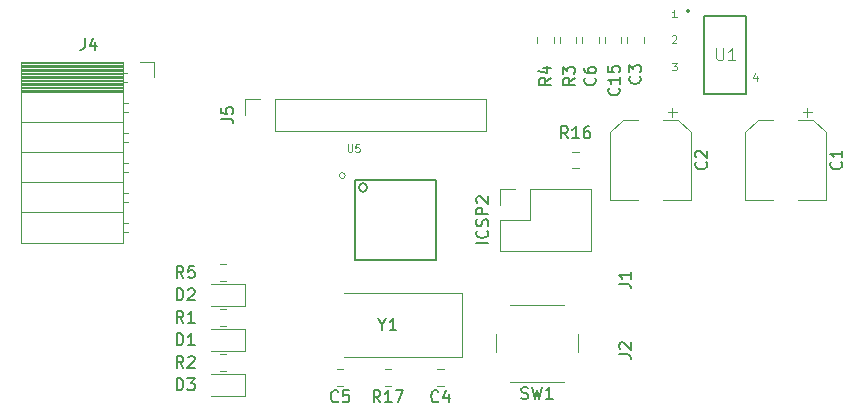
<source format=gbr>
G04 #@! TF.GenerationSoftware,KiCad,Pcbnew,(5.1.5)-3*
G04 #@! TF.CreationDate,2020-05-01T14:03:58+02:00*
G04 #@! TF.ProjectId,Arduino_Uno_R3_From_Scratch,41726475-696e-46f5-9f55-6e6f5f52335f,rev?*
G04 #@! TF.SameCoordinates,Original*
G04 #@! TF.FileFunction,Legend,Top*
G04 #@! TF.FilePolarity,Positive*
%FSLAX46Y46*%
G04 Gerber Fmt 4.6, Leading zero omitted, Abs format (unit mm)*
G04 Created by KiCad (PCBNEW (5.1.5)-3) date 2020-05-01 14:03:58*
%MOMM*%
%LPD*%
G04 APERTURE LIST*
%ADD10C,0.120000*%
%ADD11C,0.100000*%
%ADD12C,0.152400*%
%ADD13C,0.127000*%
%ADD14C,0.203200*%
%ADD15C,0.150000*%
%ADD16C,0.015000*%
G04 APERTURE END LIST*
D10*
X138056252Y-86285000D02*
X137533748Y-86285000D01*
X138056252Y-87705000D02*
X137533748Y-87705000D01*
X137533748Y-95325000D02*
X138056252Y-95325000D01*
X137533748Y-93905000D02*
X138056252Y-93905000D01*
X137533748Y-91515000D02*
X138056252Y-91515000D01*
X137533748Y-90095000D02*
X138056252Y-90095000D01*
X139640000Y-73660000D02*
X139640000Y-72330000D01*
X139640000Y-72330000D02*
X140970000Y-72330000D01*
X142240000Y-72330000D02*
X160080000Y-72330000D01*
X160080000Y-74990000D02*
X160080000Y-72330000D01*
X142240000Y-74990000D02*
X160080000Y-74990000D01*
X142240000Y-74990000D02*
X142240000Y-72330000D01*
X130810000Y-69155000D02*
X131920000Y-69155000D01*
X131920000Y-69155000D02*
X131920000Y-70485000D01*
X120720000Y-69155000D02*
X120720000Y-84515000D01*
X120720000Y-84515000D02*
X129350000Y-84515000D01*
X129350000Y-69155000D02*
X129350000Y-84515000D01*
X120720000Y-69155000D02*
X129350000Y-69155000D01*
X120720000Y-81915000D02*
X129350000Y-81915000D01*
X120720000Y-79375000D02*
X129350000Y-79375000D01*
X120720000Y-76835000D02*
X129350000Y-76835000D01*
X120720000Y-74295000D02*
X129350000Y-74295000D01*
X120720000Y-71755000D02*
X129350000Y-71755000D01*
X129350000Y-83545000D02*
X129760000Y-83545000D01*
X129350000Y-82825000D02*
X129760000Y-82825000D01*
X129350000Y-81005000D02*
X129760000Y-81005000D01*
X129350000Y-80285000D02*
X129760000Y-80285000D01*
X129350000Y-78465000D02*
X129760000Y-78465000D01*
X129350000Y-77745000D02*
X129760000Y-77745000D01*
X129350000Y-75925000D02*
X129760000Y-75925000D01*
X129350000Y-75205000D02*
X129760000Y-75205000D01*
X129350000Y-73385000D02*
X129760000Y-73385000D01*
X129350000Y-72665000D02*
X129760000Y-72665000D01*
X129350000Y-70845000D02*
X129700000Y-70845000D01*
X129350000Y-70125000D02*
X129700000Y-70125000D01*
X120720000Y-71636900D02*
X129350000Y-71636900D01*
X120720000Y-71518805D02*
X129350000Y-71518805D01*
X120720000Y-71400710D02*
X129350000Y-71400710D01*
X120720000Y-71282615D02*
X129350000Y-71282615D01*
X120720000Y-71164520D02*
X129350000Y-71164520D01*
X120720000Y-71046425D02*
X129350000Y-71046425D01*
X120720000Y-70928330D02*
X129350000Y-70928330D01*
X120720000Y-70810235D02*
X129350000Y-70810235D01*
X120720000Y-70692140D02*
X129350000Y-70692140D01*
X120720000Y-70574045D02*
X129350000Y-70574045D01*
X120720000Y-70455950D02*
X129350000Y-70455950D01*
X120720000Y-70337855D02*
X129350000Y-70337855D01*
X120720000Y-70219760D02*
X129350000Y-70219760D01*
X120720000Y-70101665D02*
X129350000Y-70101665D01*
X120720000Y-69983570D02*
X129350000Y-69983570D01*
X120720000Y-69865475D02*
X129350000Y-69865475D01*
X120720000Y-69747380D02*
X129350000Y-69747380D01*
X120720000Y-69629285D02*
X129350000Y-69629285D01*
X120720000Y-69511190D02*
X129350000Y-69511190D01*
X120720000Y-69393095D02*
X129350000Y-69393095D01*
X120720000Y-69275000D02*
X129350000Y-69275000D01*
X139655000Y-95560000D02*
X136795000Y-95560000D01*
X139655000Y-97480000D02*
X139655000Y-95560000D01*
X136795000Y-97480000D02*
X139655000Y-97480000D01*
X139655000Y-87940000D02*
X136795000Y-87940000D01*
X139655000Y-89860000D02*
X139655000Y-87940000D01*
X136795000Y-89860000D02*
X139655000Y-89860000D01*
X139655000Y-91750000D02*
X136795000Y-91750000D01*
X139655000Y-93670000D02*
X139655000Y-91750000D01*
X136795000Y-93670000D02*
X139655000Y-93670000D01*
X158065000Y-88740000D02*
X148065000Y-88740000D01*
X158065000Y-94140000D02*
X158065000Y-88740000D01*
X148065000Y-94140000D02*
X158065000Y-94140000D01*
X152026252Y-95175000D02*
X151503748Y-95175000D01*
X152026252Y-96595000D02*
X151503748Y-96595000D01*
X147971252Y-95175000D02*
X147448748Y-95175000D01*
X147971252Y-96595000D02*
X147448748Y-96595000D01*
X155948748Y-96595000D02*
X156471252Y-96595000D01*
X155948748Y-95175000D02*
X156471252Y-95175000D01*
D11*
X148154000Y-78800000D02*
G75*
G03X148154000Y-78800000I-254000J0D01*
G01*
D12*
X150016000Y-79806800D02*
G75*
G03X150016000Y-79806800I-359200J0D01*
G01*
X149000000Y-79150000D02*
X155800000Y-79150000D01*
X149000000Y-85950000D02*
X149000000Y-79150000D01*
X155800000Y-85950000D02*
X149000000Y-85950000D01*
X155800000Y-79150000D02*
X155800000Y-85950000D01*
D10*
X160890000Y-92250000D02*
X160890000Y-93750000D01*
X162140000Y-96250000D02*
X166640000Y-96250000D01*
X167890000Y-93750000D02*
X167890000Y-92250000D01*
X166640000Y-89750000D02*
X162140000Y-89750000D01*
X164390000Y-67048748D02*
X164390000Y-67571252D01*
X165810000Y-67048748D02*
X165810000Y-67571252D01*
X167715000Y-67571252D02*
X167715000Y-67048748D01*
X166295000Y-67571252D02*
X166295000Y-67048748D01*
X161230000Y-81280000D02*
X161230000Y-79950000D01*
X161230000Y-79950000D02*
X162560000Y-79950000D01*
X161230000Y-82550000D02*
X163830000Y-82550000D01*
X163830000Y-82550000D02*
X163830000Y-79950000D01*
X163830000Y-79950000D02*
X168970000Y-79950000D01*
X168970000Y-85150000D02*
X168970000Y-79950000D01*
X161230000Y-85150000D02*
X168970000Y-85150000D01*
X161230000Y-85150000D02*
X161230000Y-82550000D01*
X169620000Y-67571252D02*
X169620000Y-67048748D01*
X168200000Y-67571252D02*
X168200000Y-67048748D01*
D13*
X177292000Y-64897000D02*
G75*
G03X177292000Y-64897000I-127000J0D01*
G01*
D14*
X182118000Y-65303400D02*
X182118000Y-71856600D01*
X178562000Y-65303400D02*
X182118000Y-65303400D01*
X178562000Y-71856600D02*
X178562000Y-65303400D01*
X182118000Y-71856600D02*
X178562000Y-71856600D01*
D10*
X167901252Y-78180000D02*
X167378748Y-78180000D01*
X167901252Y-76760000D02*
X167378748Y-76760000D01*
X171525000Y-67571252D02*
X171525000Y-67048748D01*
X170105000Y-67571252D02*
X170105000Y-67048748D01*
X173430000Y-67571252D02*
X173430000Y-67048748D01*
X172010000Y-67571252D02*
X172010000Y-67048748D01*
X176231250Y-73426250D02*
X175443750Y-73426250D01*
X175837500Y-73032500D02*
X175837500Y-73820000D01*
X171644437Y-74060000D02*
X170580000Y-75124437D01*
X176335563Y-74060000D02*
X177400000Y-75124437D01*
X176335563Y-74060000D02*
X175050000Y-74060000D01*
X171644437Y-74060000D02*
X172930000Y-74060000D01*
X170580000Y-75124437D02*
X170580000Y-80880000D01*
X177400000Y-75124437D02*
X177400000Y-80880000D01*
X177400000Y-80880000D02*
X175050000Y-80880000D01*
X170580000Y-80880000D02*
X172930000Y-80880000D01*
X187661250Y-73426250D02*
X186873750Y-73426250D01*
X187267500Y-73032500D02*
X187267500Y-73820000D01*
X183074437Y-74060000D02*
X182010000Y-75124437D01*
X187765563Y-74060000D02*
X188830000Y-75124437D01*
X187765563Y-74060000D02*
X186480000Y-74060000D01*
X183074437Y-74060000D02*
X184360000Y-74060000D01*
X182010000Y-75124437D02*
X182010000Y-80880000D01*
X188830000Y-75124437D02*
X188830000Y-80880000D01*
X188830000Y-80880000D02*
X186480000Y-80880000D01*
X182010000Y-80880000D02*
X184360000Y-80880000D01*
D15*
X134453333Y-87447380D02*
X134120000Y-86971190D01*
X133881904Y-87447380D02*
X133881904Y-86447380D01*
X134262857Y-86447380D01*
X134358095Y-86495000D01*
X134405714Y-86542619D01*
X134453333Y-86637857D01*
X134453333Y-86780714D01*
X134405714Y-86875952D01*
X134358095Y-86923571D01*
X134262857Y-86971190D01*
X133881904Y-86971190D01*
X135358095Y-86447380D02*
X134881904Y-86447380D01*
X134834285Y-86923571D01*
X134881904Y-86875952D01*
X134977142Y-86828333D01*
X135215238Y-86828333D01*
X135310476Y-86875952D01*
X135358095Y-86923571D01*
X135405714Y-87018809D01*
X135405714Y-87256904D01*
X135358095Y-87352142D01*
X135310476Y-87399761D01*
X135215238Y-87447380D01*
X134977142Y-87447380D01*
X134881904Y-87399761D01*
X134834285Y-87352142D01*
X134453333Y-95067380D02*
X134120000Y-94591190D01*
X133881904Y-95067380D02*
X133881904Y-94067380D01*
X134262857Y-94067380D01*
X134358095Y-94115000D01*
X134405714Y-94162619D01*
X134453333Y-94257857D01*
X134453333Y-94400714D01*
X134405714Y-94495952D01*
X134358095Y-94543571D01*
X134262857Y-94591190D01*
X133881904Y-94591190D01*
X134834285Y-94162619D02*
X134881904Y-94115000D01*
X134977142Y-94067380D01*
X135215238Y-94067380D01*
X135310476Y-94115000D01*
X135358095Y-94162619D01*
X135405714Y-94257857D01*
X135405714Y-94353095D01*
X135358095Y-94495952D01*
X134786666Y-95067380D01*
X135405714Y-95067380D01*
X134453333Y-91257380D02*
X134120000Y-90781190D01*
X133881904Y-91257380D02*
X133881904Y-90257380D01*
X134262857Y-90257380D01*
X134358095Y-90305000D01*
X134405714Y-90352619D01*
X134453333Y-90447857D01*
X134453333Y-90590714D01*
X134405714Y-90685952D01*
X134358095Y-90733571D01*
X134262857Y-90781190D01*
X133881904Y-90781190D01*
X135405714Y-91257380D02*
X134834285Y-91257380D01*
X135120000Y-91257380D02*
X135120000Y-90257380D01*
X135024761Y-90400238D01*
X134929523Y-90495476D01*
X134834285Y-90543095D01*
X137652380Y-73993333D02*
X138366666Y-73993333D01*
X138509523Y-74040952D01*
X138604761Y-74136190D01*
X138652380Y-74279047D01*
X138652380Y-74374285D01*
X137652380Y-73040952D02*
X137652380Y-73517142D01*
X138128571Y-73564761D01*
X138080952Y-73517142D01*
X138033333Y-73421904D01*
X138033333Y-73183809D01*
X138080952Y-73088571D01*
X138128571Y-73040952D01*
X138223809Y-72993333D01*
X138461904Y-72993333D01*
X138557142Y-73040952D01*
X138604761Y-73088571D01*
X138652380Y-73183809D01*
X138652380Y-73421904D01*
X138604761Y-73517142D01*
X138557142Y-73564761D01*
X126096666Y-67167380D02*
X126096666Y-67881666D01*
X126049047Y-68024523D01*
X125953809Y-68119761D01*
X125810952Y-68167380D01*
X125715714Y-68167380D01*
X127001428Y-67500714D02*
X127001428Y-68167380D01*
X126763333Y-67119761D02*
X126525238Y-67834047D01*
X127144285Y-67834047D01*
X133881904Y-96972380D02*
X133881904Y-95972380D01*
X134120000Y-95972380D01*
X134262857Y-96020000D01*
X134358095Y-96115238D01*
X134405714Y-96210476D01*
X134453333Y-96400952D01*
X134453333Y-96543809D01*
X134405714Y-96734285D01*
X134358095Y-96829523D01*
X134262857Y-96924761D01*
X134120000Y-96972380D01*
X133881904Y-96972380D01*
X134786666Y-95972380D02*
X135405714Y-95972380D01*
X135072380Y-96353333D01*
X135215238Y-96353333D01*
X135310476Y-96400952D01*
X135358095Y-96448571D01*
X135405714Y-96543809D01*
X135405714Y-96781904D01*
X135358095Y-96877142D01*
X135310476Y-96924761D01*
X135215238Y-96972380D01*
X134929523Y-96972380D01*
X134834285Y-96924761D01*
X134786666Y-96877142D01*
X133881904Y-89352380D02*
X133881904Y-88352380D01*
X134120000Y-88352380D01*
X134262857Y-88400000D01*
X134358095Y-88495238D01*
X134405714Y-88590476D01*
X134453333Y-88780952D01*
X134453333Y-88923809D01*
X134405714Y-89114285D01*
X134358095Y-89209523D01*
X134262857Y-89304761D01*
X134120000Y-89352380D01*
X133881904Y-89352380D01*
X134834285Y-88447619D02*
X134881904Y-88400000D01*
X134977142Y-88352380D01*
X135215238Y-88352380D01*
X135310476Y-88400000D01*
X135358095Y-88447619D01*
X135405714Y-88542857D01*
X135405714Y-88638095D01*
X135358095Y-88780952D01*
X134786666Y-89352380D01*
X135405714Y-89352380D01*
X133881904Y-93162380D02*
X133881904Y-92162380D01*
X134120000Y-92162380D01*
X134262857Y-92210000D01*
X134358095Y-92305238D01*
X134405714Y-92400476D01*
X134453333Y-92590952D01*
X134453333Y-92733809D01*
X134405714Y-92924285D01*
X134358095Y-93019523D01*
X134262857Y-93114761D01*
X134120000Y-93162380D01*
X133881904Y-93162380D01*
X135405714Y-93162380D02*
X134834285Y-93162380D01*
X135120000Y-93162380D02*
X135120000Y-92162380D01*
X135024761Y-92305238D01*
X134929523Y-92400476D01*
X134834285Y-92448095D01*
X151288809Y-91416190D02*
X151288809Y-91892380D01*
X150955476Y-90892380D02*
X151288809Y-91416190D01*
X151622142Y-90892380D01*
X152479285Y-91892380D02*
X151907857Y-91892380D01*
X152193571Y-91892380D02*
X152193571Y-90892380D01*
X152098333Y-91035238D01*
X152003095Y-91130476D01*
X151907857Y-91178095D01*
X151122142Y-97987380D02*
X150788809Y-97511190D01*
X150550714Y-97987380D02*
X150550714Y-96987380D01*
X150931666Y-96987380D01*
X151026904Y-97035000D01*
X151074523Y-97082619D01*
X151122142Y-97177857D01*
X151122142Y-97320714D01*
X151074523Y-97415952D01*
X151026904Y-97463571D01*
X150931666Y-97511190D01*
X150550714Y-97511190D01*
X152074523Y-97987380D02*
X151503095Y-97987380D01*
X151788809Y-97987380D02*
X151788809Y-96987380D01*
X151693571Y-97130238D01*
X151598333Y-97225476D01*
X151503095Y-97273095D01*
X152407857Y-96987380D02*
X153074523Y-96987380D01*
X152645952Y-97987380D01*
X147543333Y-97892142D02*
X147495714Y-97939761D01*
X147352857Y-97987380D01*
X147257619Y-97987380D01*
X147114761Y-97939761D01*
X147019523Y-97844523D01*
X146971904Y-97749285D01*
X146924285Y-97558809D01*
X146924285Y-97415952D01*
X146971904Y-97225476D01*
X147019523Y-97130238D01*
X147114761Y-97035000D01*
X147257619Y-96987380D01*
X147352857Y-96987380D01*
X147495714Y-97035000D01*
X147543333Y-97082619D01*
X148448095Y-96987380D02*
X147971904Y-96987380D01*
X147924285Y-97463571D01*
X147971904Y-97415952D01*
X148067142Y-97368333D01*
X148305238Y-97368333D01*
X148400476Y-97415952D01*
X148448095Y-97463571D01*
X148495714Y-97558809D01*
X148495714Y-97796904D01*
X148448095Y-97892142D01*
X148400476Y-97939761D01*
X148305238Y-97987380D01*
X148067142Y-97987380D01*
X147971904Y-97939761D01*
X147924285Y-97892142D01*
X156043333Y-97893142D02*
X155995714Y-97940761D01*
X155852857Y-97988380D01*
X155757619Y-97988380D01*
X155614761Y-97940761D01*
X155519523Y-97845523D01*
X155471904Y-97750285D01*
X155424285Y-97559809D01*
X155424285Y-97416952D01*
X155471904Y-97226476D01*
X155519523Y-97131238D01*
X155614761Y-97036000D01*
X155757619Y-96988380D01*
X155852857Y-96988380D01*
X155995714Y-97036000D01*
X156043333Y-97083619D01*
X156900476Y-97321714D02*
X156900476Y-97988380D01*
X156662380Y-96940761D02*
X156424285Y-97655047D01*
X157043333Y-97655047D01*
D16*
X148367991Y-76160778D02*
X148367991Y-76679876D01*
X148398527Y-76740946D01*
X148429062Y-76771482D01*
X148490132Y-76802017D01*
X148612273Y-76802017D01*
X148673343Y-76771482D01*
X148703879Y-76740946D01*
X148734414Y-76679876D01*
X148734414Y-76160778D01*
X149345118Y-76160778D02*
X149039766Y-76160778D01*
X149009230Y-76466130D01*
X149039766Y-76435595D01*
X149100836Y-76405059D01*
X149253512Y-76405059D01*
X149314582Y-76435595D01*
X149345118Y-76466130D01*
X149375653Y-76527200D01*
X149375653Y-76679876D01*
X149345118Y-76740946D01*
X149314582Y-76771482D01*
X149253512Y-76802017D01*
X149100836Y-76802017D01*
X149039766Y-76771482D01*
X149009230Y-76740946D01*
D15*
X163056666Y-97654761D02*
X163199523Y-97702380D01*
X163437619Y-97702380D01*
X163532857Y-97654761D01*
X163580476Y-97607142D01*
X163628095Y-97511904D01*
X163628095Y-97416666D01*
X163580476Y-97321428D01*
X163532857Y-97273809D01*
X163437619Y-97226190D01*
X163247142Y-97178571D01*
X163151904Y-97130952D01*
X163104285Y-97083333D01*
X163056666Y-96988095D01*
X163056666Y-96892857D01*
X163104285Y-96797619D01*
X163151904Y-96750000D01*
X163247142Y-96702380D01*
X163485238Y-96702380D01*
X163628095Y-96750000D01*
X163961428Y-96702380D02*
X164199523Y-97702380D01*
X164390000Y-96988095D01*
X164580476Y-97702380D01*
X164818571Y-96702380D01*
X165723333Y-97702380D02*
X165151904Y-97702380D01*
X165437619Y-97702380D02*
X165437619Y-96702380D01*
X165342380Y-96845238D01*
X165247142Y-96940476D01*
X165151904Y-96988095D01*
X165552380Y-70524666D02*
X165076190Y-70858000D01*
X165552380Y-71096095D02*
X164552380Y-71096095D01*
X164552380Y-70715142D01*
X164600000Y-70619904D01*
X164647619Y-70572285D01*
X164742857Y-70524666D01*
X164885714Y-70524666D01*
X164980952Y-70572285D01*
X165028571Y-70619904D01*
X165076190Y-70715142D01*
X165076190Y-71096095D01*
X164885714Y-69667523D02*
X165552380Y-69667523D01*
X164504761Y-69905619D02*
X165219047Y-70143714D01*
X165219047Y-69524666D01*
X167584380Y-70524666D02*
X167108190Y-70858000D01*
X167584380Y-71096095D02*
X166584380Y-71096095D01*
X166584380Y-70715142D01*
X166632000Y-70619904D01*
X166679619Y-70572285D01*
X166774857Y-70524666D01*
X166917714Y-70524666D01*
X167012952Y-70572285D01*
X167060571Y-70619904D01*
X167108190Y-70715142D01*
X167108190Y-71096095D01*
X166584380Y-70191333D02*
X166584380Y-69572285D01*
X166965333Y-69905619D01*
X166965333Y-69762761D01*
X167012952Y-69667523D01*
X167060571Y-69619904D01*
X167155809Y-69572285D01*
X167393904Y-69572285D01*
X167489142Y-69619904D01*
X167536761Y-69667523D01*
X167584380Y-69762761D01*
X167584380Y-70048476D01*
X167536761Y-70143714D01*
X167489142Y-70191333D01*
X160242380Y-84502380D02*
X159242380Y-84502380D01*
X160147142Y-83454761D02*
X160194761Y-83502380D01*
X160242380Y-83645238D01*
X160242380Y-83740476D01*
X160194761Y-83883333D01*
X160099523Y-83978571D01*
X160004285Y-84026190D01*
X159813809Y-84073809D01*
X159670952Y-84073809D01*
X159480476Y-84026190D01*
X159385238Y-83978571D01*
X159290000Y-83883333D01*
X159242380Y-83740476D01*
X159242380Y-83645238D01*
X159290000Y-83502380D01*
X159337619Y-83454761D01*
X160194761Y-83073809D02*
X160242380Y-82930952D01*
X160242380Y-82692857D01*
X160194761Y-82597619D01*
X160147142Y-82550000D01*
X160051904Y-82502380D01*
X159956666Y-82502380D01*
X159861428Y-82550000D01*
X159813809Y-82597619D01*
X159766190Y-82692857D01*
X159718571Y-82883333D01*
X159670952Y-82978571D01*
X159623333Y-83026190D01*
X159528095Y-83073809D01*
X159432857Y-83073809D01*
X159337619Y-83026190D01*
X159290000Y-82978571D01*
X159242380Y-82883333D01*
X159242380Y-82645238D01*
X159290000Y-82502380D01*
X160242380Y-82073809D02*
X159242380Y-82073809D01*
X159242380Y-81692857D01*
X159290000Y-81597619D01*
X159337619Y-81550000D01*
X159432857Y-81502380D01*
X159575714Y-81502380D01*
X159670952Y-81550000D01*
X159718571Y-81597619D01*
X159766190Y-81692857D01*
X159766190Y-82073809D01*
X159337619Y-81121428D02*
X159290000Y-81073809D01*
X159242380Y-80978571D01*
X159242380Y-80740476D01*
X159290000Y-80645238D01*
X159337619Y-80597619D01*
X159432857Y-80550000D01*
X159528095Y-80550000D01*
X159670952Y-80597619D01*
X160242380Y-81169047D01*
X160242380Y-80550000D01*
X169267142Y-70524666D02*
X169314761Y-70572285D01*
X169362380Y-70715142D01*
X169362380Y-70810380D01*
X169314761Y-70953238D01*
X169219523Y-71048476D01*
X169124285Y-71096095D01*
X168933809Y-71143714D01*
X168790952Y-71143714D01*
X168600476Y-71096095D01*
X168505238Y-71048476D01*
X168410000Y-70953238D01*
X168362380Y-70810380D01*
X168362380Y-70715142D01*
X168410000Y-70572285D01*
X168457619Y-70524666D01*
X168362380Y-69667523D02*
X168362380Y-69858000D01*
X168410000Y-69953238D01*
X168457619Y-70000857D01*
X168600476Y-70096095D01*
X168790952Y-70143714D01*
X169171904Y-70143714D01*
X169267142Y-70096095D01*
X169314761Y-70048476D01*
X169362380Y-69953238D01*
X169362380Y-69762761D01*
X169314761Y-69667523D01*
X169267142Y-69619904D01*
X169171904Y-69572285D01*
X168933809Y-69572285D01*
X168838571Y-69619904D01*
X168790952Y-69667523D01*
X168743333Y-69762761D01*
X168743333Y-69953238D01*
X168790952Y-70048476D01*
X168838571Y-70096095D01*
X168933809Y-70143714D01*
D16*
X179577843Y-68032199D02*
X179577843Y-68841991D01*
X179625477Y-68937261D01*
X179673112Y-68984895D01*
X179768382Y-69032530D01*
X179958921Y-69032530D01*
X180054191Y-68984895D01*
X180101825Y-68937261D01*
X180149460Y-68841991D01*
X180149460Y-68032199D01*
X181149791Y-69032530D02*
X180578174Y-69032530D01*
X180863982Y-69032530D02*
X180863982Y-68032199D01*
X180768713Y-68175104D01*
X180673443Y-68270373D01*
X180578174Y-68318008D01*
X175822374Y-66997293D02*
X175852900Y-66966767D01*
X175913952Y-66936241D01*
X176066582Y-66936241D01*
X176127634Y-66966767D01*
X176158160Y-66997293D01*
X176188686Y-67058345D01*
X176188686Y-67119397D01*
X176158160Y-67210975D01*
X175791848Y-67577287D01*
X176188686Y-67577287D01*
X176198249Y-65411876D02*
X175831950Y-65411876D01*
X176015100Y-65411876D02*
X176015100Y-64770854D01*
X175954050Y-64862428D01*
X175893000Y-64923478D01*
X175831950Y-64954003D01*
X183003047Y-70348618D02*
X183003047Y-70775468D01*
X182850600Y-70104703D02*
X182698154Y-70562043D01*
X183094515Y-70562043D01*
X175808488Y-69250349D02*
X176204694Y-69250349D01*
X175991352Y-69494169D01*
X176082784Y-69494169D01*
X176143739Y-69524646D01*
X176174217Y-69555123D01*
X176204694Y-69616078D01*
X176204694Y-69768465D01*
X176174217Y-69829420D01*
X176143739Y-69859898D01*
X176082784Y-69890375D01*
X175899920Y-69890375D01*
X175838965Y-69859898D01*
X175808488Y-69829420D01*
D15*
X166997142Y-75636380D02*
X166663809Y-75160190D01*
X166425714Y-75636380D02*
X166425714Y-74636380D01*
X166806666Y-74636380D01*
X166901904Y-74684000D01*
X166949523Y-74731619D01*
X166997142Y-74826857D01*
X166997142Y-74969714D01*
X166949523Y-75064952D01*
X166901904Y-75112571D01*
X166806666Y-75160190D01*
X166425714Y-75160190D01*
X167949523Y-75636380D02*
X167378095Y-75636380D01*
X167663809Y-75636380D02*
X167663809Y-74636380D01*
X167568571Y-74779238D01*
X167473333Y-74874476D01*
X167378095Y-74922095D01*
X168806666Y-74636380D02*
X168616190Y-74636380D01*
X168520952Y-74684000D01*
X168473333Y-74731619D01*
X168378095Y-74874476D01*
X168330476Y-75064952D01*
X168330476Y-75445904D01*
X168378095Y-75541142D01*
X168425714Y-75588761D01*
X168520952Y-75636380D01*
X168711428Y-75636380D01*
X168806666Y-75588761D01*
X168854285Y-75541142D01*
X168901904Y-75445904D01*
X168901904Y-75207809D01*
X168854285Y-75112571D01*
X168806666Y-75064952D01*
X168711428Y-75017333D01*
X168520952Y-75017333D01*
X168425714Y-75064952D01*
X168378095Y-75112571D01*
X168330476Y-75207809D01*
X171332380Y-93923333D02*
X172046666Y-93923333D01*
X172189523Y-93970952D01*
X172284761Y-94066190D01*
X172332380Y-94209047D01*
X172332380Y-94304285D01*
X171427619Y-93494761D02*
X171380000Y-93447142D01*
X171332380Y-93351904D01*
X171332380Y-93113809D01*
X171380000Y-93018571D01*
X171427619Y-92970952D01*
X171522857Y-92923333D01*
X171618095Y-92923333D01*
X171760952Y-92970952D01*
X172332380Y-93542380D01*
X172332380Y-92923333D01*
X171332380Y-87963333D02*
X172046666Y-87963333D01*
X172189523Y-88010952D01*
X172284761Y-88106190D01*
X172332380Y-88249047D01*
X172332380Y-88344285D01*
X172332380Y-86963333D02*
X172332380Y-87534761D01*
X172332380Y-87249047D02*
X171332380Y-87249047D01*
X171475238Y-87344285D01*
X171570476Y-87439523D01*
X171618095Y-87534761D01*
X171299142Y-71381857D02*
X171346761Y-71429476D01*
X171394380Y-71572333D01*
X171394380Y-71667571D01*
X171346761Y-71810428D01*
X171251523Y-71905666D01*
X171156285Y-71953285D01*
X170965809Y-72000904D01*
X170822952Y-72000904D01*
X170632476Y-71953285D01*
X170537238Y-71905666D01*
X170442000Y-71810428D01*
X170394380Y-71667571D01*
X170394380Y-71572333D01*
X170442000Y-71429476D01*
X170489619Y-71381857D01*
X171394380Y-70429476D02*
X171394380Y-71000904D01*
X171394380Y-70715190D02*
X170394380Y-70715190D01*
X170537238Y-70810428D01*
X170632476Y-70905666D01*
X170680095Y-71000904D01*
X170394380Y-69524714D02*
X170394380Y-70000904D01*
X170870571Y-70048523D01*
X170822952Y-70000904D01*
X170775333Y-69905666D01*
X170775333Y-69667571D01*
X170822952Y-69572333D01*
X170870571Y-69524714D01*
X170965809Y-69477095D01*
X171203904Y-69477095D01*
X171299142Y-69524714D01*
X171346761Y-69572333D01*
X171394380Y-69667571D01*
X171394380Y-69905666D01*
X171346761Y-70000904D01*
X171299142Y-70048523D01*
X173077142Y-70397666D02*
X173124761Y-70445285D01*
X173172380Y-70588142D01*
X173172380Y-70683380D01*
X173124761Y-70826238D01*
X173029523Y-70921476D01*
X172934285Y-70969095D01*
X172743809Y-71016714D01*
X172600952Y-71016714D01*
X172410476Y-70969095D01*
X172315238Y-70921476D01*
X172220000Y-70826238D01*
X172172380Y-70683380D01*
X172172380Y-70588142D01*
X172220000Y-70445285D01*
X172267619Y-70397666D01*
X172172380Y-70064333D02*
X172172380Y-69445285D01*
X172553333Y-69778619D01*
X172553333Y-69635761D01*
X172600952Y-69540523D01*
X172648571Y-69492904D01*
X172743809Y-69445285D01*
X172981904Y-69445285D01*
X173077142Y-69492904D01*
X173124761Y-69540523D01*
X173172380Y-69635761D01*
X173172380Y-69921476D01*
X173124761Y-70016714D01*
X173077142Y-70064333D01*
X178697142Y-77636666D02*
X178744761Y-77684285D01*
X178792380Y-77827142D01*
X178792380Y-77922380D01*
X178744761Y-78065238D01*
X178649523Y-78160476D01*
X178554285Y-78208095D01*
X178363809Y-78255714D01*
X178220952Y-78255714D01*
X178030476Y-78208095D01*
X177935238Y-78160476D01*
X177840000Y-78065238D01*
X177792380Y-77922380D01*
X177792380Y-77827142D01*
X177840000Y-77684285D01*
X177887619Y-77636666D01*
X177887619Y-77255714D02*
X177840000Y-77208095D01*
X177792380Y-77112857D01*
X177792380Y-76874761D01*
X177840000Y-76779523D01*
X177887619Y-76731904D01*
X177982857Y-76684285D01*
X178078095Y-76684285D01*
X178220952Y-76731904D01*
X178792380Y-77303333D01*
X178792380Y-76684285D01*
X190127142Y-77636666D02*
X190174761Y-77684285D01*
X190222380Y-77827142D01*
X190222380Y-77922380D01*
X190174761Y-78065238D01*
X190079523Y-78160476D01*
X189984285Y-78208095D01*
X189793809Y-78255714D01*
X189650952Y-78255714D01*
X189460476Y-78208095D01*
X189365238Y-78160476D01*
X189270000Y-78065238D01*
X189222380Y-77922380D01*
X189222380Y-77827142D01*
X189270000Y-77684285D01*
X189317619Y-77636666D01*
X190222380Y-76684285D02*
X190222380Y-77255714D01*
X190222380Y-76970000D02*
X189222380Y-76970000D01*
X189365238Y-77065238D01*
X189460476Y-77160476D01*
X189508095Y-77255714D01*
M02*

</source>
